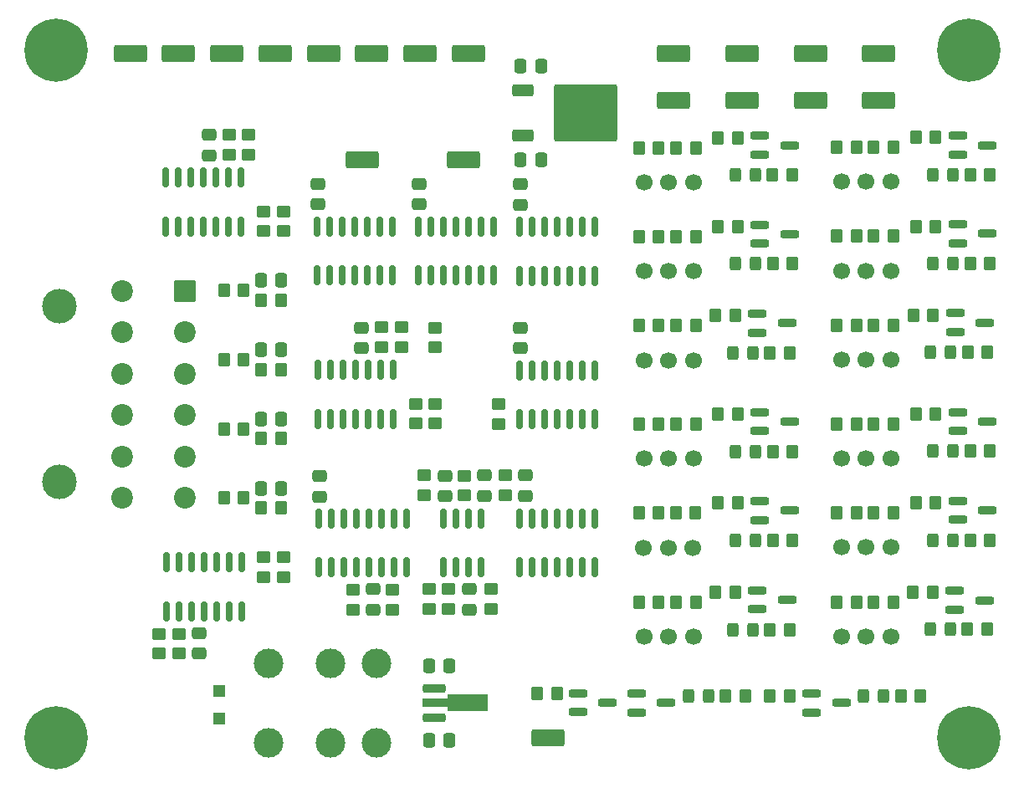
<source format=gbr>
%TF.GenerationSoftware,KiCad,Pcbnew,9.0.3*%
%TF.CreationDate,2026-01-17T00:56:28+07:00*%
%TF.ProjectId,BSPD v4 Rev 5,42535044-2076-4342-9052-657620352e6b,rev?*%
%TF.SameCoordinates,Original*%
%TF.FileFunction,Soldermask,Top*%
%TF.FilePolarity,Negative*%
%FSLAX46Y46*%
G04 Gerber Fmt 4.6, Leading zero omitted, Abs format (unit mm)*
G04 Created by KiCad (PCBNEW 9.0.3) date 2026-01-17 00:56:28*
%MOMM*%
%LPD*%
G01*
G04 APERTURE LIST*
G04 Aperture macros list*
%AMRoundRect*
0 Rectangle with rounded corners*
0 $1 Rounding radius*
0 $2 $3 $4 $5 $6 $7 $8 $9 X,Y pos of 4 corners*
0 Add a 4 corners polygon primitive as box body*
4,1,4,$2,$3,$4,$5,$6,$7,$8,$9,$2,$3,0*
0 Add four circle primitives for the rounded corners*
1,1,$1+$1,$2,$3*
1,1,$1+$1,$4,$5*
1,1,$1+$1,$6,$7*
1,1,$1+$1,$8,$9*
0 Add four rect primitives between the rounded corners*
20,1,$1+$1,$2,$3,$4,$5,0*
20,1,$1+$1,$4,$5,$6,$7,0*
20,1,$1+$1,$6,$7,$8,$9,0*
20,1,$1+$1,$8,$9,$2,$3,0*%
%AMFreePoly0*
4,1,9,5.362500,-0.866500,1.237500,-0.866500,1.237500,-0.450000,-1.237500,-0.450000,-1.237500,0.450000,1.237500,0.450000,1.237500,0.866500,5.362500,0.866500,5.362500,-0.866500,5.362500,-0.866500,$1*%
G04 Aperture macros list end*
%ADD10RoundRect,0.250000X0.350000X0.450000X-0.350000X0.450000X-0.350000X-0.450000X0.350000X-0.450000X0*%
%ADD11RoundRect,0.250000X-0.325000X-0.450000X0.325000X-0.450000X0.325000X0.450000X-0.325000X0.450000X0*%
%ADD12RoundRect,0.250000X0.450000X-0.350000X0.450000X0.350000X-0.450000X0.350000X-0.450000X-0.350000X0*%
%ADD13C,0.800000*%
%ADD14C,6.400000*%
%ADD15RoundRect,0.250000X-0.350000X-0.450000X0.350000X-0.450000X0.350000X0.450000X-0.350000X0.450000X0*%
%ADD16RoundRect,0.150000X0.150000X-0.825000X0.150000X0.825000X-0.150000X0.825000X-0.150000X-0.825000X0*%
%ADD17RoundRect,0.258000X-1.427000X-0.602000X1.427000X-0.602000X1.427000X0.602000X-1.427000X0.602000X0*%
%ADD18RoundRect,0.225000X-0.925000X-0.225000X0.925000X-0.225000X0.925000X0.225000X-0.925000X0.225000X0*%
%ADD19FreePoly0,0.000000*%
%ADD20RoundRect,0.250000X-0.337500X-0.475000X0.337500X-0.475000X0.337500X0.475000X-0.337500X0.475000X0*%
%ADD21RoundRect,0.250000X-0.450000X0.350000X-0.450000X-0.350000X0.450000X-0.350000X0.450000X0.350000X0*%
%ADD22C,1.700000*%
%ADD23RoundRect,0.250000X0.475000X-0.337500X0.475000X0.337500X-0.475000X0.337500X-0.475000X-0.337500X0*%
%ADD24C,3.500000*%
%ADD25RoundRect,0.150000X0.960000X-0.950000X0.960000X0.950000X-0.960000X0.950000X-0.960000X-0.950000X0*%
%ADD26C,2.200000*%
%ADD27C,3.000000*%
%ADD28RoundRect,0.200000X-0.750000X-0.200000X0.750000X-0.200000X0.750000X0.200000X-0.750000X0.200000X0*%
%ADD29RoundRect,0.150000X-0.150000X0.825000X-0.150000X-0.825000X0.150000X-0.825000X0.150000X0.825000X0*%
%ADD30RoundRect,0.250000X-0.475000X0.337500X-0.475000X-0.337500X0.475000X-0.337500X0.475000X0.337500X0*%
%ADD31RoundRect,0.250000X-0.850000X-0.350000X0.850000X-0.350000X0.850000X0.350000X-0.850000X0.350000X0*%
%ADD32RoundRect,0.249997X-2.950003X-2.650003X2.950003X-2.650003X2.950003X2.650003X-2.950003X2.650003X0*%
%ADD33R,1.200000X1.200000*%
G04 APERTURE END LIST*
D10*
%TO.C,R52*%
X219525000Y-112030000D03*
X217525000Y-112030000D03*
%TD*%
D11*
%TO.C,D3*%
X213475000Y-102050000D03*
X215525000Y-102050000D03*
%TD*%
D12*
%TO.C,R78*%
X184750000Y-127987500D03*
X184750000Y-125987500D03*
%TD*%
D11*
%TO.C,D1*%
X213750000Y-84050000D03*
X215800000Y-84050000D03*
%TD*%
D13*
%TO.C,H4*%
X234950000Y-141000000D03*
X235652944Y-139302944D03*
X235652944Y-142697056D03*
X237350000Y-138600000D03*
D14*
X237350000Y-141000000D03*
D13*
X237350000Y-143400000D03*
X239047056Y-139302944D03*
X239047056Y-142697056D03*
X239750000Y-141000000D03*
%TD*%
D15*
%TO.C,R11*%
X204000000Y-127310000D03*
X206000000Y-127310000D03*
%TD*%
D16*
%TO.C,U20*%
X191940000Y-108762500D03*
X193210000Y-108762500D03*
X194480000Y-108762500D03*
X195750000Y-108762500D03*
X197020000Y-108762500D03*
X198290000Y-108762500D03*
X199560000Y-108762500D03*
X199560000Y-103812500D03*
X198290000Y-103812500D03*
X197020000Y-103812500D03*
X195750000Y-103812500D03*
X194480000Y-103812500D03*
X193210000Y-103812500D03*
X191940000Y-103812500D03*
%TD*%
D17*
%TO.C,TP11*%
X221333333Y-76500000D03*
%TD*%
D18*
%TO.C,U4*%
X183287500Y-136000000D03*
D19*
X183375000Y-137500000D03*
D18*
X183287500Y-139000000D03*
%TD*%
D20*
%TO.C,C21*%
X182750000Y-133750000D03*
X184825000Y-133750000D03*
%TD*%
D21*
%TO.C,R74*%
X190500000Y-114450000D03*
X190500000Y-116450000D03*
%TD*%
D15*
%TO.C,R4*%
X207750000Y-90305000D03*
X209750000Y-90305000D03*
%TD*%
D22*
%TO.C,RV2*%
X204500000Y-93805000D03*
X207000000Y-93805000D03*
X209500000Y-93805000D03*
%TD*%
D11*
%TO.C,D14*%
X208975000Y-136750000D03*
X211025000Y-136750000D03*
%TD*%
D15*
%TO.C,R6*%
X207750000Y-99300000D03*
X209750000Y-99300000D03*
%TD*%
D23*
%TO.C,C10*%
X171500000Y-87025000D03*
X171500000Y-84950000D03*
%TD*%
D24*
%TO.C,J1*%
X145300000Y-115140000D03*
X145300000Y-97360000D03*
D25*
X158000000Y-95770000D03*
D26*
X158000000Y-99960000D03*
X158000000Y-104150000D03*
X158000000Y-108350000D03*
X158000000Y-112540000D03*
X158000000Y-116730000D03*
X151650000Y-116730000D03*
X151650000Y-112540000D03*
X151650000Y-108350000D03*
X151650000Y-104150000D03*
X151650000Y-99960000D03*
X151650000Y-95770000D03*
%TD*%
D23*
%TO.C,C14*%
X188345000Y-116525000D03*
X188345000Y-114450000D03*
%TD*%
D27*
%TO.C,U23*%
X166500000Y-133500000D03*
X166500000Y-141500000D03*
X172800000Y-141500000D03*
X177450000Y-141500000D03*
X177450000Y-133500000D03*
X172800000Y-133500000D03*
%TD*%
D21*
%TO.C,R72*%
X189750000Y-107250000D03*
X189750000Y-109250000D03*
%TD*%
D16*
%TO.C,U17*%
X181690000Y-94212500D03*
X182960000Y-94212500D03*
X184230000Y-94212500D03*
X185500000Y-94212500D03*
X186770000Y-94212500D03*
X188040000Y-94212500D03*
X189310000Y-94212500D03*
X189310000Y-89262500D03*
X188040000Y-89262500D03*
X186770000Y-89262500D03*
X185500000Y-89262500D03*
X184230000Y-89262500D03*
X182960000Y-89262500D03*
X181690000Y-89262500D03*
%TD*%
D15*
%TO.C,R48*%
X231700000Y-126300000D03*
X233700000Y-126300000D03*
%TD*%
D12*
%TO.C,R82*%
X175055000Y-128025000D03*
X175055000Y-126025000D03*
%TD*%
D15*
%TO.C,R16*%
X227750000Y-90250000D03*
X229750000Y-90250000D03*
%TD*%
D22*
%TO.C,RV3*%
X204500000Y-102800000D03*
X207000000Y-102800000D03*
X209500000Y-102800000D03*
%TD*%
D15*
%TO.C,R7*%
X204000000Y-109280000D03*
X206000000Y-109280000D03*
%TD*%
D17*
%TO.C,TP15*%
X207500000Y-71750000D03*
%TD*%
D15*
%TO.C,R67*%
X165750000Y-103750000D03*
X167750000Y-103750000D03*
%TD*%
D28*
%TO.C,U8*%
X216250000Y-108080000D03*
X216250000Y-109980000D03*
X219250000Y-109030000D03*
%TD*%
D11*
%TO.C,D10*%
X233750000Y-112015000D03*
X235800000Y-112015000D03*
%TD*%
D23*
%TO.C,C18*%
X177055000Y-128062500D03*
X177055000Y-125987500D03*
%TD*%
D15*
%TO.C,R41*%
X212000000Y-117270000D03*
X214000000Y-117270000D03*
%TD*%
D28*
%TO.C,U10*%
X215975000Y-126110000D03*
X215975000Y-128010000D03*
X218975000Y-127060000D03*
%TD*%
D22*
%TO.C,RV7*%
X224500000Y-84750000D03*
X227000000Y-84750000D03*
X229500000Y-84750000D03*
%TD*%
D23*
%TO.C,C1*%
X160500000Y-82062500D03*
X160500000Y-79987500D03*
%TD*%
%TO.C,C19*%
X171695000Y-116600000D03*
X171695000Y-114525000D03*
%TD*%
D10*
%TO.C,R53*%
X219525000Y-121020000D03*
X217525000Y-121020000D03*
%TD*%
D13*
%TO.C,H2*%
X234950000Y-71400000D03*
X235652944Y-69702944D03*
X235652944Y-73097056D03*
X237350000Y-69000000D03*
D14*
X237350000Y-71400000D03*
D13*
X237350000Y-73800000D03*
X239047056Y-69702944D03*
X239047056Y-73097056D03*
X239750000Y-71400000D03*
%TD*%
%TO.C,H3*%
X142600000Y-141000000D03*
X143302944Y-139302944D03*
X143302944Y-142697056D03*
X145000000Y-138600000D03*
D14*
X145000000Y-141000000D03*
D13*
X145000000Y-143400000D03*
X146697056Y-139302944D03*
X146697056Y-142697056D03*
X147400000Y-141000000D03*
%TD*%
D10*
%TO.C,R40*%
X214000000Y-108280000D03*
X212000000Y-108280000D03*
%TD*%
D20*
%TO.C,C15*%
X192000000Y-82500000D03*
X194075000Y-82500000D03*
%TD*%
D17*
%TO.C,TP29*%
X176000000Y-82500000D03*
%TD*%
D16*
%TO.C,U19*%
X191940000Y-94250000D03*
X193210000Y-94250000D03*
X194480000Y-94250000D03*
X195750000Y-94250000D03*
X197020000Y-94250000D03*
X198290000Y-94250000D03*
X199560000Y-94250000D03*
X199560000Y-89300000D03*
X198290000Y-89300000D03*
X197020000Y-89300000D03*
X195750000Y-89300000D03*
X194480000Y-89300000D03*
X193210000Y-89300000D03*
X191940000Y-89300000D03*
%TD*%
D21*
%TO.C,R76*%
X189000000Y-125950000D03*
X189000000Y-127950000D03*
%TD*%
D15*
%TO.C,R66*%
X165750000Y-110750000D03*
X167750000Y-110750000D03*
%TD*%
D17*
%TO.C,TP2*%
X176964286Y-71750000D03*
%TD*%
D20*
%TO.C,C11*%
X192000000Y-73000000D03*
X194075000Y-73000000D03*
%TD*%
D10*
%TO.C,R56*%
X239525000Y-93000000D03*
X237525000Y-93000000D03*
%TD*%
D28*
%TO.C,U16*%
X235950000Y-126150000D03*
X235950000Y-128050000D03*
X238950000Y-127100000D03*
%TD*%
%TO.C,U26*%
X203750000Y-136550000D03*
X203750000Y-138450000D03*
X206750000Y-137500000D03*
%TD*%
D11*
%TO.C,D6*%
X213475000Y-130060000D03*
X215525000Y-130060000D03*
%TD*%
D21*
%TO.C,R32*%
X181370000Y-107225000D03*
X181370000Y-109225000D03*
%TD*%
D10*
%TO.C,R46*%
X234000000Y-108265000D03*
X232000000Y-108265000D03*
%TD*%
D17*
%TO.C,TP3*%
X214416667Y-71750000D03*
%TD*%
D21*
%TO.C,R31*%
X183370000Y-107225000D03*
X183370000Y-109225000D03*
%TD*%
D15*
%TO.C,R8*%
X207750000Y-109280000D03*
X209750000Y-109280000D03*
%TD*%
%TO.C,R42*%
X211725000Y-126310000D03*
X213725000Y-126310000D03*
%TD*%
%TO.C,R15*%
X224000000Y-90250000D03*
X226000000Y-90250000D03*
%TD*%
D11*
%TO.C,D7*%
X233750000Y-84000000D03*
X235800000Y-84000000D03*
%TD*%
D17*
%TO.C,TP4*%
X214416667Y-76500000D03*
%TD*%
D15*
%TO.C,R62*%
X162000000Y-109750000D03*
X164000000Y-109750000D03*
%TD*%
%TO.C,R64*%
X162000000Y-95750000D03*
X164000000Y-95750000D03*
%TD*%
%TO.C,R70*%
X193725000Y-136500000D03*
X195725000Y-136500000D03*
%TD*%
D11*
%TO.C,D8*%
X233750000Y-93000000D03*
X235800000Y-93000000D03*
%TD*%
D17*
%TO.C,TP10*%
X228250000Y-71750000D03*
%TD*%
D11*
%TO.C,D9*%
X233500000Y-101990000D03*
X235550000Y-101990000D03*
%TD*%
D17*
%TO.C,TP7*%
X181857143Y-71750000D03*
%TD*%
%TO.C,TP6*%
X167178571Y-71750000D03*
%TD*%
D10*
%TO.C,R55*%
X239525000Y-84000000D03*
X237525000Y-84000000D03*
%TD*%
D15*
%TO.C,R61*%
X162000000Y-116750000D03*
X164000000Y-116750000D03*
%TD*%
D21*
%TO.C,R28*%
X166000000Y-87750000D03*
X166000000Y-89750000D03*
%TD*%
D17*
%TO.C,TP30*%
X186250000Y-82500000D03*
%TD*%
D15*
%TO.C,R63*%
X162000000Y-102750000D03*
X164000000Y-102750000D03*
%TD*%
D20*
%TO.C,C8*%
X165712500Y-94750000D03*
X167787500Y-94750000D03*
%TD*%
D15*
%TO.C,R18*%
X227750000Y-99240000D03*
X229750000Y-99240000D03*
%TD*%
D28*
%TO.C,U6*%
X216250000Y-89105000D03*
X216250000Y-91005000D03*
X219250000Y-90055000D03*
%TD*%
D21*
%TO.C,R26*%
X164500000Y-80000000D03*
X164500000Y-82000000D03*
%TD*%
D11*
%TO.C,D15*%
X226700000Y-136750000D03*
X228750000Y-136750000D03*
%TD*%
D10*
%TO.C,R51*%
X219250000Y-102050000D03*
X217250000Y-102050000D03*
%TD*%
D21*
%TO.C,R29*%
X177930000Y-99475000D03*
X177930000Y-101475000D03*
%TD*%
D28*
%TO.C,U15*%
X236250000Y-117050000D03*
X236250000Y-118950000D03*
X239250000Y-118000000D03*
%TD*%
D15*
%TO.C,R38*%
X212000000Y-89305000D03*
X214000000Y-89305000D03*
%TD*%
D12*
%TO.C,R33*%
X157440000Y-132500000D03*
X157440000Y-130500000D03*
%TD*%
D15*
%TO.C,R19*%
X224000000Y-109265000D03*
X226000000Y-109265000D03*
%TD*%
D10*
%TO.C,R58*%
X239525000Y-112015000D03*
X237525000Y-112015000D03*
%TD*%
D17*
%TO.C,TP1*%
X157392857Y-71750000D03*
%TD*%
D29*
%TO.C,U2*%
X179120000Y-103775000D03*
X177850000Y-103775000D03*
X176580000Y-103775000D03*
X175310000Y-103775000D03*
X174040000Y-103775000D03*
X172770000Y-103775000D03*
X171500000Y-103775000D03*
X171500000Y-108725000D03*
X172770000Y-108725000D03*
X174040000Y-108725000D03*
X175310000Y-108725000D03*
X176580000Y-108725000D03*
X177850000Y-108725000D03*
X179120000Y-108725000D03*
%TD*%
D30*
%TO.C,C13*%
X186845000Y-125950000D03*
X186845000Y-128025000D03*
%TD*%
D15*
%TO.C,R10*%
X207725000Y-118270000D03*
X209725000Y-118270000D03*
%TD*%
D11*
%TO.C,D11*%
X233750000Y-121000000D03*
X235800000Y-121000000D03*
%TD*%
D15*
%TO.C,R3*%
X204000000Y-90305000D03*
X206000000Y-90305000D03*
%TD*%
D21*
%TO.C,R25*%
X162500000Y-80000000D03*
X162500000Y-82000000D03*
%TD*%
D15*
%TO.C,R47*%
X232000000Y-117250000D03*
X234000000Y-117250000D03*
%TD*%
D28*
%TO.C,U9*%
X216250000Y-117070000D03*
X216250000Y-118970000D03*
X219250000Y-118020000D03*
%TD*%
D20*
%TO.C,C6*%
X165712500Y-108750000D03*
X167787500Y-108750000D03*
%TD*%
D12*
%TO.C,R35*%
X166000000Y-124725000D03*
X166000000Y-122725000D03*
%TD*%
D15*
%TO.C,R24*%
X227750000Y-127300000D03*
X229750000Y-127300000D03*
%TD*%
D22*
%TO.C,RV4*%
X204500000Y-112780000D03*
X207000000Y-112780000D03*
X209500000Y-112780000D03*
%TD*%
D28*
%TO.C,U28*%
X221475000Y-136550000D03*
X221475000Y-138450000D03*
X224475000Y-137500000D03*
%TD*%
D23*
%TO.C,C16*%
X192000000Y-101575000D03*
X192000000Y-99500000D03*
%TD*%
D16*
%TO.C,U27*%
X184190000Y-123750000D03*
X185460000Y-123750000D03*
X186730000Y-123750000D03*
X188000000Y-123750000D03*
X188000000Y-118800000D03*
X186730000Y-118800000D03*
X185460000Y-118800000D03*
X184190000Y-118800000D03*
%TD*%
D10*
%TO.C,R54*%
X219250000Y-130060000D03*
X217250000Y-130060000D03*
%TD*%
D28*
%TO.C,U5*%
X216250000Y-80100000D03*
X216250000Y-82000000D03*
X219250000Y-81050000D03*
%TD*%
D17*
%TO.C,TP5*%
X162285714Y-71750000D03*
%TD*%
D15*
%TO.C,R12*%
X207750000Y-127310000D03*
X209750000Y-127310000D03*
%TD*%
D11*
%TO.C,D5*%
X213750000Y-121020000D03*
X215800000Y-121020000D03*
%TD*%
D28*
%TO.C,U12*%
X236250000Y-89050000D03*
X236250000Y-90950000D03*
X239250000Y-90000000D03*
%TD*%
D30*
%TO.C,C3*%
X159500000Y-130400000D03*
X159500000Y-132475000D03*
%TD*%
D28*
%TO.C,U24*%
X197827944Y-136527944D03*
X197827944Y-138427944D03*
X200827944Y-137477944D03*
%TD*%
D15*
%TO.C,R13*%
X224000000Y-81250000D03*
X226000000Y-81250000D03*
%TD*%
D31*
%TO.C,U22*%
X192287500Y-75500000D03*
D32*
X198587500Y-77780000D03*
D31*
X192287500Y-80060000D03*
%TD*%
D17*
%TO.C,TP13*%
X152500000Y-71750000D03*
%TD*%
D10*
%TO.C,R60*%
X239225000Y-130050000D03*
X237225000Y-130050000D03*
%TD*%
D28*
%TO.C,U7*%
X215975000Y-98100000D03*
X215975000Y-100000000D03*
X218975000Y-99050000D03*
%TD*%
D20*
%TO.C,C7*%
X165712500Y-101750000D03*
X167787500Y-101750000D03*
%TD*%
D23*
%TO.C,C2*%
X175870000Y-101575000D03*
X175870000Y-99500000D03*
%TD*%
D15*
%TO.C,R22*%
X227750000Y-118250000D03*
X229750000Y-118250000D03*
%TD*%
%TO.C,R2*%
X207750000Y-81300000D03*
X209750000Y-81300000D03*
%TD*%
%TO.C,R39*%
X211725000Y-98300000D03*
X213725000Y-98300000D03*
%TD*%
D10*
%TO.C,R49*%
X219500000Y-84050000D03*
X217500000Y-84050000D03*
%TD*%
D15*
%TO.C,R45*%
X231750000Y-98240000D03*
X233750000Y-98240000D03*
%TD*%
D10*
%TO.C,R37*%
X214000000Y-80300000D03*
X212000000Y-80300000D03*
%TD*%
D11*
%TO.C,D12*%
X233450000Y-130050000D03*
X235500000Y-130050000D03*
%TD*%
D16*
%TO.C,U3*%
X156190000Y-128200000D03*
X157460000Y-128200000D03*
X158730000Y-128200000D03*
X160000000Y-128200000D03*
X161270000Y-128200000D03*
X162540000Y-128200000D03*
X163810000Y-128200000D03*
X163810000Y-123250000D03*
X162540000Y-123250000D03*
X161270000Y-123250000D03*
X160000000Y-123250000D03*
X158730000Y-123250000D03*
X157460000Y-123250000D03*
X156190000Y-123250000D03*
%TD*%
D15*
%TO.C,R21*%
X224000000Y-118250000D03*
X226000000Y-118250000D03*
%TD*%
D17*
%TO.C,TP12*%
X228250000Y-76500000D03*
%TD*%
D16*
%TO.C,U18*%
X191940000Y-123750000D03*
X193210000Y-123750000D03*
X194480000Y-123750000D03*
X195750000Y-123750000D03*
X197020000Y-123750000D03*
X198290000Y-123750000D03*
X199560000Y-123750000D03*
X199560000Y-118800000D03*
X198290000Y-118800000D03*
X197020000Y-118800000D03*
X195750000Y-118800000D03*
X194480000Y-118800000D03*
X193210000Y-118800000D03*
X191940000Y-118800000D03*
%TD*%
D23*
%TO.C,C17*%
X184345000Y-116562500D03*
X184345000Y-114487500D03*
%TD*%
D10*
%TO.C,R59*%
X239525000Y-121000000D03*
X237525000Y-121000000D03*
%TD*%
D11*
%TO.C,D4*%
X213750000Y-112030000D03*
X215800000Y-112030000D03*
%TD*%
D21*
%TO.C,R80*%
X179000000Y-126062500D03*
X179000000Y-128062500D03*
%TD*%
D10*
%TO.C,R43*%
X234000000Y-80250000D03*
X232000000Y-80250000D03*
%TD*%
D33*
%TO.C,D13*%
X161550000Y-136250000D03*
X161550000Y-139050000D03*
%TD*%
D15*
%TO.C,R23*%
X224000000Y-127300000D03*
X226000000Y-127300000D03*
%TD*%
D22*
%TO.C,RV12*%
X224500000Y-130800000D03*
X227000000Y-130800000D03*
X229500000Y-130800000D03*
%TD*%
D28*
%TO.C,U11*%
X236250000Y-80100000D03*
X236250000Y-82000000D03*
X239250000Y-81050000D03*
%TD*%
D15*
%TO.C,R14*%
X227750000Y-81250000D03*
X229750000Y-81250000D03*
%TD*%
%TO.C,R65*%
X165750000Y-117750000D03*
X167750000Y-117750000D03*
%TD*%
D22*
%TO.C,RV11*%
X224500000Y-121750000D03*
X227000000Y-121750000D03*
X229500000Y-121750000D03*
%TD*%
D13*
%TO.C,H1*%
X142600000Y-71400000D03*
X143302944Y-69702944D03*
X143302944Y-73097056D03*
X145000000Y-69000000D03*
D14*
X145000000Y-71400000D03*
D13*
X145000000Y-73800000D03*
X146697056Y-69702944D03*
X146697056Y-73097056D03*
X147400000Y-71400000D03*
%TD*%
D21*
%TO.C,R73*%
X182250000Y-114450000D03*
X182250000Y-116450000D03*
%TD*%
D22*
%TO.C,RV8*%
X224500000Y-93750000D03*
X227000000Y-93750000D03*
X229500000Y-93750000D03*
%TD*%
D17*
%TO.C,TP33*%
X194750000Y-141000000D03*
%TD*%
D10*
%TO.C,R50*%
X219525000Y-93055000D03*
X217525000Y-93055000D03*
%TD*%
D20*
%TO.C,C20*%
X182730000Y-141250000D03*
X184805000Y-141250000D03*
%TD*%
D22*
%TO.C,RV6*%
X204500000Y-130810000D03*
X207000000Y-130810000D03*
X209500000Y-130810000D03*
%TD*%
D12*
%TO.C,R36*%
X168000000Y-124725000D03*
X168000000Y-122725000D03*
%TD*%
D15*
%TO.C,R9*%
X203975000Y-118270000D03*
X205975000Y-118270000D03*
%TD*%
%TO.C,R81*%
X217225000Y-136750000D03*
X219225000Y-136750000D03*
%TD*%
%TO.C,R68*%
X165750000Y-96750000D03*
X167750000Y-96750000D03*
%TD*%
D28*
%TO.C,U13*%
X236000000Y-98040000D03*
X236000000Y-99940000D03*
X239000000Y-98990000D03*
%TD*%
D22*
%TO.C,RV10*%
X224500000Y-112765000D03*
X227000000Y-112765000D03*
X229500000Y-112765000D03*
%TD*%
D23*
%TO.C,C9*%
X192000000Y-87062500D03*
X192000000Y-84987500D03*
%TD*%
D15*
%TO.C,R1*%
X204000000Y-81300000D03*
X206000000Y-81300000D03*
%TD*%
D22*
%TO.C,RV1*%
X204500000Y-84800000D03*
X207000000Y-84800000D03*
X209500000Y-84800000D03*
%TD*%
D29*
%TO.C,U1*%
X163750000Y-84300000D03*
X162480000Y-84300000D03*
X161210000Y-84300000D03*
X159940000Y-84300000D03*
X158670000Y-84300000D03*
X157400000Y-84300000D03*
X156130000Y-84300000D03*
X156130000Y-89250000D03*
X157400000Y-89250000D03*
X158670000Y-89250000D03*
X159940000Y-89250000D03*
X161210000Y-89250000D03*
X162480000Y-89250000D03*
X163750000Y-89250000D03*
%TD*%
D16*
%TO.C,U25*%
X171555000Y-123762500D03*
X172825000Y-123762500D03*
X174095000Y-123762500D03*
X175365000Y-123762500D03*
X176635000Y-123762500D03*
X177905000Y-123762500D03*
X179175000Y-123762500D03*
X180445000Y-123762500D03*
X180445000Y-118812500D03*
X179175000Y-118812500D03*
X177905000Y-118812500D03*
X176635000Y-118812500D03*
X175365000Y-118812500D03*
X174095000Y-118812500D03*
X172825000Y-118812500D03*
X171555000Y-118812500D03*
%TD*%
D21*
%TO.C,R71*%
X183370000Y-99500000D03*
X183370000Y-101500000D03*
%TD*%
%TO.C,R27*%
X168000000Y-87750000D03*
X168000000Y-89750000D03*
%TD*%
D15*
%TO.C,R17*%
X224000000Y-99240000D03*
X226000000Y-99240000D03*
%TD*%
D16*
%TO.C,U21*%
X171440000Y-94212500D03*
X172710000Y-94212500D03*
X173980000Y-94212500D03*
X175250000Y-94212500D03*
X176520000Y-94212500D03*
X177790000Y-94212500D03*
X179060000Y-94212500D03*
X179060000Y-89262500D03*
X177790000Y-89262500D03*
X176520000Y-89262500D03*
X175250000Y-89262500D03*
X173980000Y-89262500D03*
X172710000Y-89262500D03*
X171440000Y-89262500D03*
%TD*%
D17*
%TO.C,TP8*%
X186750000Y-71750000D03*
%TD*%
D22*
%TO.C,RV5*%
X204475000Y-121770000D03*
X206975000Y-121770000D03*
X209475000Y-121770000D03*
%TD*%
D15*
%TO.C,R44*%
X232000000Y-89250000D03*
X234000000Y-89250000D03*
%TD*%
D22*
%TO.C,RV9*%
X224500000Y-102740000D03*
X227000000Y-102740000D03*
X229500000Y-102740000D03*
%TD*%
D15*
%TO.C,R5*%
X204000000Y-99300000D03*
X206000000Y-99300000D03*
%TD*%
D17*
%TO.C,TP14*%
X172071429Y-71750000D03*
%TD*%
%TO.C,TP9*%
X221333333Y-71750000D03*
%TD*%
D12*
%TO.C,R34*%
X155440000Y-132500000D03*
X155440000Y-130500000D03*
%TD*%
D10*
%TO.C,R57*%
X239275000Y-101990000D03*
X237275000Y-101990000D03*
%TD*%
D23*
%TO.C,C12*%
X181750000Y-87025000D03*
X181750000Y-84950000D03*
%TD*%
D21*
%TO.C,R30*%
X179930000Y-99475000D03*
X179930000Y-101475000D03*
%TD*%
D20*
%TO.C,C5*%
X165712500Y-115750000D03*
X167787500Y-115750000D03*
%TD*%
D10*
%TO.C,R83*%
X232475000Y-136750000D03*
X230475000Y-136750000D03*
%TD*%
D23*
%TO.C,C4*%
X192500000Y-116537500D03*
X192500000Y-114462500D03*
%TD*%
D28*
%TO.C,U14*%
X236250000Y-108065000D03*
X236250000Y-109965000D03*
X239250000Y-109015000D03*
%TD*%
D12*
%TO.C,R79*%
X186345000Y-116487500D03*
X186345000Y-114487500D03*
%TD*%
D11*
%TO.C,D2*%
X213750000Y-93055000D03*
X215800000Y-93055000D03*
%TD*%
D15*
%TO.C,R20*%
X227750000Y-109265000D03*
X229750000Y-109265000D03*
%TD*%
D10*
%TO.C,R77*%
X214750000Y-136750000D03*
X212750000Y-136750000D03*
%TD*%
D12*
%TO.C,R75*%
X182750000Y-127950000D03*
X182750000Y-125950000D03*
%TD*%
D17*
%TO.C,TP16*%
X207500000Y-76500000D03*
%TD*%
M02*

</source>
